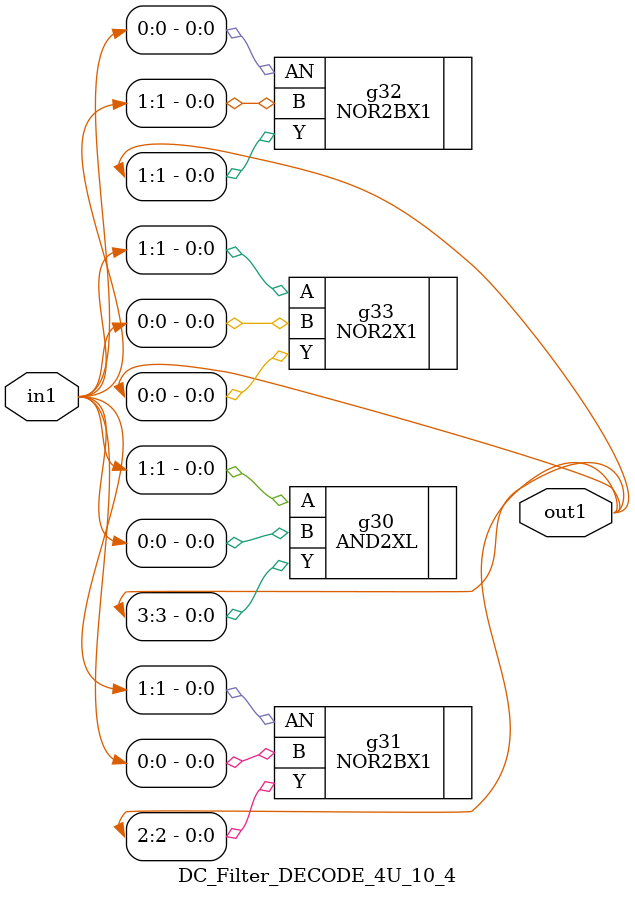
<source format=v>
`timescale 1ps / 1ps


module DC_Filter_DECODE_4U_10_4(in1, out1);
  input [1:0] in1;
  output [3:0] out1;
  wire [1:0] in1;
  wire [3:0] out1;
  AND2XL g30(.A (in1[1]), .B (in1[0]), .Y (out1[3]));
  NOR2BX1 g31(.AN (in1[1]), .B (in1[0]), .Y (out1[2]));
  NOR2BX1 g32(.AN (in1[0]), .B (in1[1]), .Y (out1[1]));
  NOR2X1 g33(.A (in1[1]), .B (in1[0]), .Y (out1[0]));
endmodule


</source>
